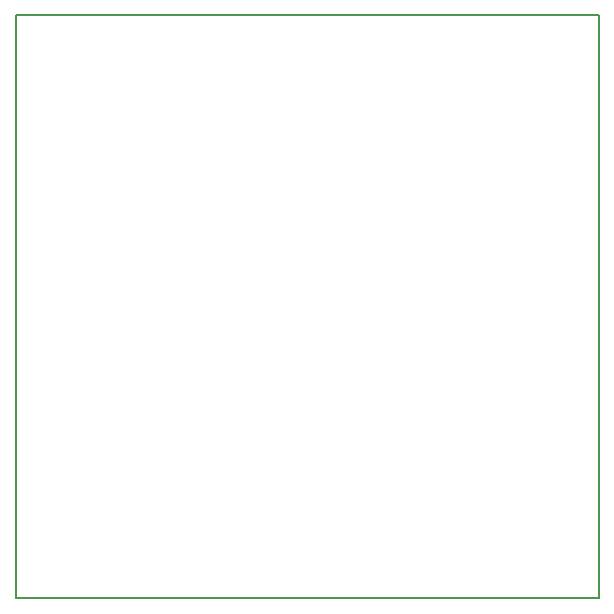
<source format=gbr>
%TF.GenerationSoftware,KiCad,Pcbnew,5.1.5-1.fc31*%
%TF.CreationDate,2020-04-07T08:28:03+02:00*%
%TF.ProjectId,zasilacz,7a617369-6c61-4637-9a2e-6b696361645f,1.0*%
%TF.SameCoordinates,Original*%
%TF.FileFunction,Profile,NP*%
%FSLAX46Y46*%
G04 Gerber Fmt 4.6, Leading zero omitted, Abs format (unit mm)*
G04 Created by KiCad (PCBNEW 5.1.5-1.fc31) date 2020-04-07 08:28:03*
%MOMM*%
%LPD*%
G04 APERTURE LIST*
%TA.AperFunction,Profile*%
%ADD10C,0.150000*%
%TD*%
G04 APERTURE END LIST*
D10*
X107950000Y-63665100D02*
X107950000Y-113030000D01*
X157314900Y-63665100D02*
X107950000Y-63665100D01*
X157314900Y-113030000D02*
X157314900Y-63665100D01*
X107950000Y-113030000D02*
X157314900Y-113030000D01*
M02*

</source>
